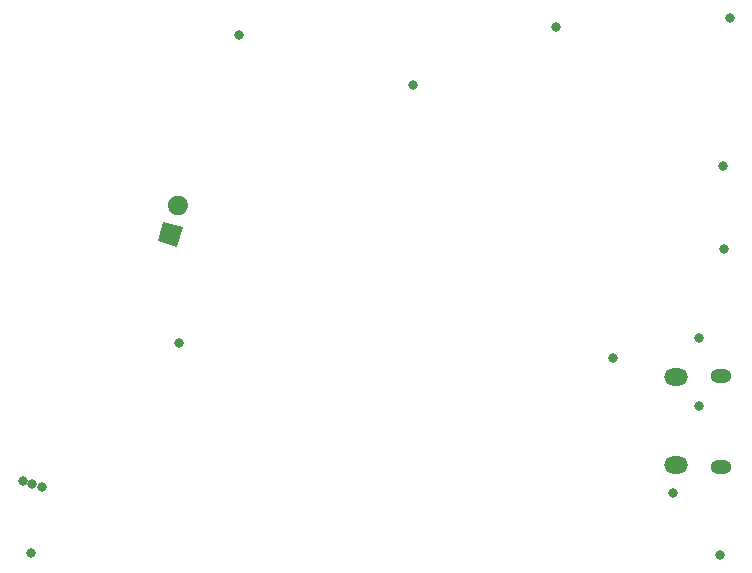
<source format=gbr>
%TF.GenerationSoftware,KiCad,Pcbnew,(5.1.10)-1*%
%TF.CreationDate,2021-09-09T07:46:21-05:00*%
%TF.ProjectId,Pivot_stand,5069766f-745f-4737-9461-6e642e6b6963,rev?*%
%TF.SameCoordinates,Original*%
%TF.FileFunction,Copper,L2,Bot*%
%TF.FilePolarity,Positive*%
%FSLAX46Y46*%
G04 Gerber Fmt 4.6, Leading zero omitted, Abs format (unit mm)*
G04 Created by KiCad (PCBNEW (5.1.10)-1) date 2021-09-09 07:46:21*
%MOMM*%
%LPD*%
G01*
G04 APERTURE LIST*
%TA.AperFunction,ComponentPad*%
%ADD10C,0.100000*%
%TD*%
%TA.AperFunction,ComponentPad*%
%ADD11O,1.800000X1.150000*%
%TD*%
%TA.AperFunction,ComponentPad*%
%ADD12O,2.000000X1.450000*%
%TD*%
%TA.AperFunction,ViaPad*%
%ADD13C,0.800000*%
%TD*%
G04 APERTURE END LIST*
%TA.AperFunction,ComponentPad*%
D10*
%TO.P,J2,1*%
%TO.N,+3V3*%
G36*
X128441033Y-119198959D02*
G01*
X128001041Y-120841033D01*
X126358967Y-120401041D01*
X126798959Y-118758967D01*
X128441033Y-119198959D01*
G37*
%TD.AperFunction*%
%TO.P,J2,2*%
%TO.N,GND*%
%TA.AperFunction,ComponentPad*%
G36*
G01*
X128878437Y-117566544D02*
X128878437Y-117566544D01*
G75*
G02*
X127837404Y-118167585I-821037J219996D01*
G01*
X127837404Y-118167585D01*
G75*
G02*
X127236363Y-117126552I219996J821037D01*
G01*
X127236363Y-117126552D01*
G75*
G02*
X128277396Y-116525511I821037J-219996D01*
G01*
X128277396Y-116525511D01*
G75*
G02*
X128878437Y-117566544I-219996J-821037D01*
G01*
G37*
%TD.AperFunction*%
%TD*%
D11*
%TO.P,J1,6*%
%TO.N,Net-(J1-Pad6)*%
X174009600Y-131761000D03*
X174009600Y-139511000D03*
D12*
X170209600Y-131911000D03*
X170209600Y-139361000D03*
%TD*%
D13*
%TO.N,*%
X172161200Y-134315200D03*
X116550000Y-141200000D03*
%TO.N,GND*%
X172161200Y-128574800D03*
X133197600Y-102920800D03*
X128168400Y-128981200D03*
X147929600Y-107188000D03*
X160020000Y-102260400D03*
X169926000Y-141732000D03*
X164896800Y-130251200D03*
X174193200Y-113995200D03*
X174752000Y-101498400D03*
X174294800Y-121056400D03*
X115620800Y-146761200D03*
X173939200Y-146913600D03*
%TO.N,*%
X115700000Y-140900000D03*
X114900000Y-140650000D03*
%TD*%
M02*

</source>
